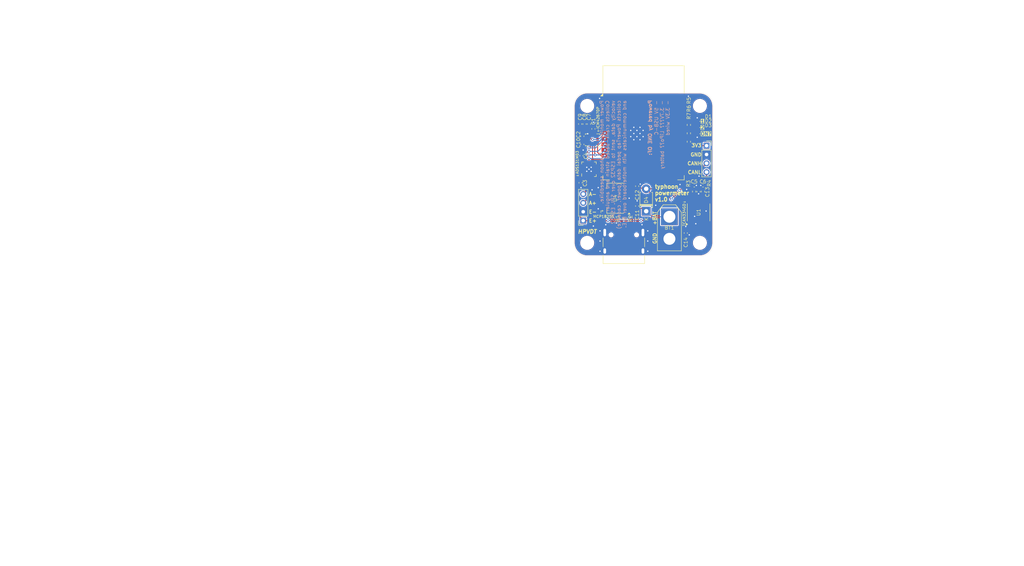
<source format=kicad_pcb>
(kicad_pcb (version 20240108) (generator "pcbnew") (generator_version "8.0")
  (title_block (title "dsads") (date "2024-07-18") (rev "1"))
  (layers (0 "F.Cu" signal) (31 "B.Cu" signal) (34 "B.Paste" user) (35 "F.Paste" user) (36 "B.SilkS" user "B.Silkscreen") (37 "F.SilkS" user "F.Silkscreen") (38 "B.Mask" user) (39 "F.Mask" user) (44 "Edge.Cuts" user))
  (net 0 "")
  (net 1 "+3V3")
  (net 2 "/SYNC_{ADC}")
  (net 3 "/ADS-")
  (net 6 "/CLK_{ADC}")
  (net 7 "/SCLK")
  (net 8 "Net-(ADS131M03-CAP)")
  (net 9 "/ADS+")
  (net 10 "/DRDY_{ADC}")
  (net 11 "/MISO")
  (net 13 "/CS_{ADC}")
  (net 14 "/MOSI")
  (net 18 "+5V")
  (net 19 "/CANL")
  (net 20 "/CANH")
  (net 21 "/CS_{gyro}")
  (net 22 "Net-(P1-D+)")
  (net 23 "Net-(P1-D-)")
  (net 32 "/USB_{D}+")
  (net 33 "/USB_{D}-")
  (net 34 "Net-(C13-Pad2)")
  (net 37 "/RX")
  (net 38 "/TX")
  (net 40 "GND")
  (net 41 "Net-(D1-A)")
  (net 42 "Net-(D2-A)")
  (net 43 "/STB_{CAN}")
  (net 44 "/SHDN_{CAN}")
  (net 50 "Net-(D3-A)")
  (net 51 "/LED_{1}")
  (net 52 "/LED_{2}")
  (net 55 "/INT2_{gyro}")
  (net 60 "/INT1_{gyro}")
  (net 61 "unconnected-(U2-IO10-Pad18)")
  (footprint "LED_SMD:LED_0402_1005Metric" (layer "F.Cu") (at 190 64.7 180)
    (property "Reference" "D2")
    (property "Value" "LED")
  )
  (footprint "Resistor_SMD:R_0402_1005Metric" (layer "F.Cu") (at 188.6 64.1 90)
    (property "Reference" "R5")
    (property "Value" "320")
  )
  (footprint "0_stuff:ads" (layer "F.Cu") (at 166 74.14 90)
    (property "Reference" "ADS131M03" (hide yes))
    (property "Value" "~")
  )
  (footprint "Capacitor_SMD:C_0402_1005Metric" (layer "F.Cu") (at 191.8 77.8 180)
    (property "Reference" "C6")
    (property "Value" "100p")
  )
  (footprint "Capacitor_SMD:C_0402_1005Metric" (layer "F.Cu") (at 167 65 -90)
    (property "Reference" "C1")
    (property "Value" "10n")
  )
  (footprint "Capacitor_SMD:C_0402_1005Metric" (layer "F.Cu") (at 164.5 66.68 -90)
    (property "Reference" "C2")
    (property "Value" "0.1u")
  )
  (footprint "MountingHole:MountingHole_2.7mm_M2.5" (layer "F.Cu") (at 191.1 59.8)
    (property "Reference" "H2" (hide yes))
    (property "Value" "M2.5")
  )
  (footprint "Capacitor_SMD:C_0402_1005Metric" (layer "F.Cu") (at 190.8 79.22 90)
    (property "Reference" "C13")
    (property "Value" "4.7n")
  )
  (footprint "Package_SO:SO-8_3.9x4.9mm_P1.27mm" (layer "F.Cu") (at 190.8 83.9 90)
    (property "Reference" "U1")
    (property "Value" "~")
  )
  (footprint "MountingHole:MountingHole_2.7mm_M2.5" (layer "F.Cu") (at 191.1 90.8)
    (property "Reference" "H4" (hide yes))
    (property "Value" "M2.5")
  )
  (footprint "Capacitor_SMD:C_0402_1005Metric" (layer "F.Cu") (at 164.5 68.52 90)
    (property "Reference" "C10")
    (property "Value" "2.2u")
  )
  (footprint "Package_LGA:LGA-14_3x2.5mm_P0.5mm_LayoutBorder3x4y" (layer "F.Cu") (at 166.8 67.4875 180)
    (property "Reference" "ICM-42670-P1" (hide yes))
    (property "Value" "~")
  )
  (footprint "Resistor_SMD:R_0402_1005Metric" (layer "F.Cu") (at 188.6 66 90)
    (property "Reference" "R6")
    (property "Value" "320")
  )
  (footprint "Capacitor_SMD:C_0402_1005Metric" (layer "F.Cu") (at 176.9 77.98 -90)
    (property "Reference" "C12")
    (property "Value" "22u")
  )
  (footprint "Capacitor_SMD:C_0402_1005Metric" (layer "F.Cu") (at 165 63.9 90)
    (property "Reference" "C8")
    (property "Value" "100n")
  )
  (footprint "Resistor_SMD:R_0402_1005Metric" (layer "F.Cu") (at 174.39 85.31 90)
    (property "Reference" "R2")
    (property "Value" "22")
  )
  (footprint "Connector_AMASS:AMASS_XT30U-M_1x02_P5.0mm_Vertical" (layer "F.Cu") (at 184.2 84.9 -90)
    (property "Reference" "BT1")
    (property "Value" "Battery_Cell")
  )
  (footprint "Capacitor_SMD:C_0402_1005Metric" (layer "F.Cu") (at 164.3 71.08 -90)
    (property "Reference" "C4")
    (property "Value" "220n")
  )
  (footprint "Resistor_SMD:R_0402_1005Metric" (layer "F.Cu") (at 173.39 85.31 90)
    (property "Reference" "R1")
    (property "Value" "22")
  )
  (footprint "RF_Module:ESP32-S3-WROOM-1" (layer "F.Cu") (at 178.35 63.59)
    (property "Reference" "U2" (hide yes))
    (property "Value" "ESP32-S3-WROOM-1")
  )
  (footprint "Capacitor_SMD:C_0402_1005Metric" (layer "F.Cu") (at 164.1 77.2 90)
    (property "Reference" "C3")
    (property "Value" "1u")
  )
  (footprint "Connector_USB:USB_C_Receptacle_HRO_TYPE-C-31-M-12" (layer "F.Cu") (at 173.89 91.6)
    (property "Reference" "P1" (hide yes))
    (property "Value" "USB_C_Plug_USB2.0")
  )
  (footprint "Capacitor_SMD:C_0402_1005Metric" (layer "F.Cu") (at 164 63.9 90)
    (property "Reference" "C9")
    (property "Value" "1u")
  )
  (footprint "Diode_THT:D_T-1_P5.08mm_Horizontal" (layer "F.Cu") (at 178.95 83.64 90)
    (property "Reference" "D4")
    (property "Value" "1N400X")
  )
  (footprint "Resistor_SMD:R_0402_1005Metric" (layer "F.Cu") (at 191.8 79.19 -90)
    (property "Reference" "R4")
    (property "Value" "60")
  )
  (footprint "MountingHole:MountingHole_2.7mm_M2.5" (layer "F.Cu") (at 165.6 59.8)
    (property "Reference" "H1" (hide yes))
    (property "Value" "M2.5")
  )
  (footprint "Capacitor_SMD:C_0402_1005Metric" (layer "F.Cu") (at 187.9 88.58 90)
    (property "Reference" "C14")
    (property "Value" "100n")
  )
  (footprint "LED_SMD:LED_0402_1005Metric" (layer "F.Cu") (at 190.015 66.1 180)
    (property "Reference" "D3")
    (property "Value" "LED")
  )
  (footprint "Resistor_SMD:R_0402_1005Metric" (layer "F.Cu") (at 188.6 67.9 90)
    (property "Reference" "R7")
    (property "Value" "320")
  )
  (footprint "Resistor_SMD:R_0402_1005Metric" (layer "F.Cu") (at 189.8 79.19 90)
    (property "Reference" "R3")
    (property "Value" "60")
  )
  (footprint "Connector_PinSocket_2.00mm:PinSocket_1x04_P2.00mm_Vertical" (layer "F.Cu") (at 164.7 85.763617 180)
    (property "Reference" "J4" (hide yes))
    (property "Value" "Conn_01x04_Pin")
  )
  (footprint "Package_TO_SOT_SMD:SOT-223-3_TabPin2" (layer "F.Cu") (at 171.95 80.7 180)
    (property "Reference" "U4")
    (property "Value" "MCP1825S")
  )
  (footprint "LED_SMD:LED_0402_1005Metric" (layer "F.Cu") (at 190.015 63.3 180)
    (property "Reference" "D1")
    (property "Value" "LED")
  )
  (footprint "MountingHole:MountingHole_2.7mm_M2.5" (layer "F.Cu") (at 165.6 90.8)
    (property "Reference" "H3" (hide yes))
    (property "Value" "M2.5")
  )
  (footprint "Capacitor_SMD:C_0402_1005Metric" (layer "F.Cu") (at 176.9 82.48 -90)
    (property "Reference" "C11")
    (property "Value" "22u")
  )
  (footprint "Capacitor_SMD:C_0402_1005Metric" (layer "F.Cu") (at 166 63.9 90)
    (property "Reference" "C7")
    (property "Value" "10n")
  )
  (footprint "Connector_PinSocket_2.00mm:PinSocket_1x04_P2.00mm_Vertical" (layer "F.Cu") (at 192.6 68.8)
    (property "Reference" "J2" (hide yes))
    (property "Value" "Conn_01x04_Pin")
  )
  (footprint "Capacitor_SMD:C_0402_1005Metric" (layer "F.Cu") (at 189.82 77.8)
    (property "Reference" "C5")
    (property "Value" "100p")
  )
  (gr_line (start 162.6 59.8) (end 162.6 90.8) (stroke (width 0.05)) (layer "Edge.Cuts"))
  (gr_line (start 165.6 56.8) (end 191.07868 56.82132) (stroke (width 0.05)) (layer "Edge.Cuts"))
  (gr_arc (start 165.6 93.8) (mid 163.478674 92.921326) (end 162.6 90.8) (stroke (width 0.05)) (layer "Edge.Cuts"))
  (gr_arc (start 191.07868 56.82132) (mid 193.2 57.7) (end 194.07868 59.82132) (stroke (width 0.05)) (layer "Edge.Cuts"))
  (gr_line (start 194.07868 59.82132) (end 194.078674 90.8) (stroke (width 0.05)) (layer "Edge.Cuts"))
  (gr_arc (start 162.6 59.8) (mid 163.478673 57.678667) (end 165.6 56.8) (stroke (width 0.05)) (layer "Edge.Cuts"))
  (gr_arc (start 194.078674 90.8) (mid 193.200002 92.921328) (end 191.078674 93.8) (stroke (width 0.05)) (layer "Edge.Cuts"))
  (gr_line (start 165.6 93.8) (end 191.078674 93.8) (stroke (width 0.05)) (layer "Edge.Cuts"))
  (gr_text "Power monitor for Typhoon speedbike.\nCollects crank-based strain and angular\nvelocity data, sent to ESP32 over SPI. ESP32\ncollects PowerTap pedal data (power, cadence)\nand communicates with motherboard over BLE." (at 174.5 58.5 90) (layer "B.SilkS") (effects (font (size 0.8 0.8) (thickness 0.1)) (justify left bottom mirror)))
  (gr_text "Powered by ONE OF:" (at 180.3 58.4 90) (layer "B.SilkS") (effects (font (size 0.8 0.8) (thickness 0.16) (bold yes)) (justify left bottom mirror)))
  (gr_text "- 5V USB-C\n- 3.7V??? LiPo?? battery\n- 3.3V wired" (at 184.3 58.5 90) (layer "B.SilkS") (effects (font (size 0.8 0.8) (thickness 0.1)) (justify left bottom mirror)))
  (gr_text "ON?" (at 191.2 66.6 0) (layer "F.SilkS" knockout) (effects (font (size 0.8 0.8) (thickness 0.16) (bold yes)) (justify left bottom)))
  (gr_text "GND" (at 188.9 71.3 0) (layer "F.SilkS") (effects (font (size 0.8 0.8) (thickness 0.16) (bold yes)) (justify left bottom)))
  (gr_text "CANL" (at 188.3 75.3 0) (layer "F.SilkS") (effects (font (size 0.8 0.8) (thickness 0.16) (bold yes)) (justify left bottom)))
  (gr_text "E-" (at 165.9 84.263617 0) (layer "F.SilkS") (effects (font (size 0.8 0.8) (thickness 0.16) (bold yes)) (justify left bottom)))
  (gr_text "←ICM42670P" (at 168.4 65.8 90) (layer "F.SilkS") (effects (font (size 0.6 0.6) (thickness 0.1)) (justify left bottom)))
  (gr_text "3V3" (at 189.1 69.2 0) (layer "F.SilkS") (effects (font (size 0.8 0.8) (thickness 0.16) (bold yes)) (justify left bottom)))
  (gr_text "1" (at 191.2 63.8 0) (layer "F.SilkS" knockout) (effects (font (size 0.8 0.8) (thickness 0.16) (bold yes)) (justify left bottom)))
  (gr_text "CANH" (at 188.2 73.3 0) (layer "F.SilkS") (effects (font (size 0.8 0.8) (thickness 0.16) (bold yes)) (justify left bottom)))
  (gr_text "E+" (at 165.9 86.263617 0) (layer "F.SilkS") (effects (font (size 0.8 0.8) (thickness 0.16) (bold yes)) (justify left bottom)))
  (gr_text "HPVDT" (at 163.4 88.8 0) (layer "F.SilkS") (effects (font (size 0.9 0.9) (thickness 0.2) (bold yes) (italic yes)) (justify left bottom)))
  (gr_text "A+" (at 165.9 82.263617 0) (layer "F.SilkS") (effects (font (size 0.8 0.8) (thickness 0.16) (bold yes)) (justify left bottom)))
  (gr_text "typhoon\npowermeter\nv1.0" (at 180.8 81.5 0) (layer "F.SilkS") (effects (font (size 0.9 0.9) (thickness 0.2) (bold yes)) (justify left bottom)))
  (gr_text "2" (at 191.2 65.2 0) (layer "F.SilkS" knockout) (effects (font (size 0.8 0.8) (thickness 0.16) (bold yes)) (justify left bottom)))
  (gr_text "TCAN334GD↓" (at 187.9 87.1 90) (layer "F.SilkS") (effects (font (size 0.6 0.6) (thickness 0.1)) (justify left bottom)))
  (gr_text "MCP1825S" (at 166.9 85.2 0) (layer "F.SilkS") (effects (font (size 0.6 0.6) (thickness 0.1)) (justify left bottom)))
  (gr_text "A-" (at 165.9 80.263617 0) (layer "F.SilkS") (effects (font (size 0.8 0.8) (thickness 0.16) (bold yes)) (justify left bottom)))
  (gr_text "↓ADS131M03" (at 163.7 76 90) (layer "F.SilkS") (effects (font (size 0.6 0.6) (thickness 0.1)) (justify left bottom)))
  (gr_text "↳" (at 168.3 83.3 180) (layer "F.SilkS") (effects (font (size 0.8 0.8) (thickness 0.1)) (justify left bottom mirror)))
  (segment (start 165.6375 66.7375) (end 164.9225 66.7375) (width 0.2) (layer "F.Cu") (net 1))
  (segment (start 180.25 84.94) (end 180.25 79.86) (width 0.2) (layer "F.Cu") (net 1))
  (segment (start 164.6 74.2) (end 164.6 74.54) (width 0.2) (layer "F.Cu") (net 1))
  (segment (start 164.1 76.72) (end 163.987059 76.72) (width 0.2) (layer "F.Cu") (net 1))
  (segment (start 164.6 74.54) (end 164.54 74.54) (width 0.2) (layer "F.Cu") (net 1))
  (segment (start 163.39 64.03) (end 163.39 66.082941) (width 0.2) (layer "F.Cu") (net 1))
  (segment (start 164.7 85.6) (end 163.407059 84.307059) (width 0.2) (layer "F.Cu") (net 1))
  (segment (start 188.6 69.8) (end 188.6 68.41) (width 0.2) (layer "F.Cu") (net 1))
  (segment (start 175.1 78.4) (end 178.79 78.4) (width 0.2) (layer "F.Cu") (net 1))
  (segment (start 178.95 78.56) (end 182.26 78.56) (width 0.2) (layer "F.Cu") (net 1))
  (segment (start 169.07 59.6) (end 169.6 59.6) (width 0.2) (layer "F.Cu") (net 1))
  (segment (start 164 63.42) (end 166 63.42) (width 0.2) (layer "F.Cu") (net 1))
  (segment (start 191.435 87.349999) (end 191.435 86.475) (width 0.2) (layer "F.Cu") (net 1))
  (segment (start 164.37 74.37) (end 164 74.74) (width 0.2) (layer "F.Cu") (net 1))
  (segment (start 182.26 78.56) (end 184.6 80.9) (width 0.2) (layer "F.Cu") (net 1))
  (segment (start 163.407059 84.307059) (end 163.407059 77.6) (width 0.2) (layer "F.Cu") (net 1))
  (segment (start 164.57 74.17) (end 164.37 74.37) (width 0.2) (layer "F.Cu") (net 1))
  (segment (start 167.3 66.575) (end 167.3 65.78) (width 0.2) (layer "F.Cu") (net 1))
  (segment (start 163.407059 77.3) (end 163.407059 77) (width 0.2) (layer "F.Cu") (net 1))
  (segment (start 163.407059 77.6) (end 163.407059 77.3) (width 0.2) (layer "F.Cu") (net 1))
  (segment (start 177.8 85.7) (end 179.49 85.7) (width 0.2) (layer "F.Cu") (net 1))
  (segment (start 164.6 74.14) (end 164.57 74.17) (width 0.2) (layer "F.Cu") (net 1))
  (segment (start 163.407059 68.1) (end 163.407059 67.2) (width 0.2) (layer "F.Cu") (net 1))
  (segment (start 164 74.74) (end 164 76.62) (width 0.2) (layer "F.Cu") (net 1))
  (segment (start 164.57 74.17) (end 164.6 74.2) (width 0.2) (layer "F.Cu") (net 1))
  (segment (start 189.6 68.8) (end 188.6 69.8) (width 0.2) (layer "F.Cu") (net 1))
  (segment (start 163.987059 76.72) (end 163.407059 77.3) (width 0.2) (layer "F.Cu") (net 1))
  (segment (start 166 63.42) (end 166 62.67) (width 0.2) (layer "F.Cu") (net 1))
  (segment (start 181.49 87.7) (end 187.5 87.7) (width 0.2) (layer "F.Cu") (net 1))
  (segment (start 187.9 88.1) (end 190.684999 88.1) (width 0.2) (layer "F.Cu") (net 1))
  (segment (start 167.3 65.78) (end 167 65.48) (width 0.2) (layer "F.Cu") (net 1))
  (segment (start 178.79 78.4) (end 178.95 78.56) (width 0.2) (layer "F.Cu") (net 1))
  (segment (start 179.49 85.7) (end 180.25 84.94) (width 0.2) (layer "F.Cu") (net 1))
  (segment (start 164 76.62) (end 164.1 76.72) (width 0.2) (layer "F.Cu") (net 1))
  (segment (start 167 65.48) (end 164.027059 65.48) (width 0.2) (layer "F.Cu") (net 1))
  (segment (start 170.3 85.8) (end 164.3 85.8) (width 0.2) (layer "F.Cu") (net 1))
  (segment (start 187.5 87.7) (end 187.9 88.1) (width 0.2) (layer "F.Cu") (net 1))
  (segment (start 164.9225 66.7375) (end 164.5 67.16) (width 0.2) (layer "F.Cu") (net 1))
  (segment (start 166 62.67) (end 169.07 59.6) (width 0.2) (layer "F.Cu") (net 1))
  (segment (start 163.407059 69.2) (end 163.407059 68.1) (width 0.2) (layer "F.Cu") (net 1))
  (segment (start 163.407059 66.1) (end 163.39 66.082941) (width 0.2) (layer "F.Cu") (net 1))
  (segment (start 180.25 79.86) (end 178.95 78.56) (width 0.2) (layer "F.Cu") (net 1))
  (segment (start 163.407059 69.132941) (end 163.407059 69.2) (width 0.2) (layer "F.Cu") (net 1))
  (segment (start 163.407059 77) (end 163.407059 69.2) (width 0.2) (layer "F.Cu") (net 1))
  (segment (start 179.49 85.7) (end 181.49 87.7) (width 0.2) (layer "F.Cu") (net 1))
  (segment (start 164.54 74.54) (end 164.37 74.37) (width 0.2) (layer "F.Cu") (net 1))
  (segment (start 186.55 78.95) (end 188.6 76.9) (width 0.2) (layer "F.Cu") (net 1))
  (segment (start 190.684999 88.1) (end 191.435 87.349999) (width 0.2) (layer "F.Cu") (net 1))
  (segment (start 164.027059 65.48) (end 163.407059 66.1) (width 0.2) (layer "F.Cu") (net 1))
  (segment (start 164 63.42) (end 163.39 64.03) (width 0.2) (layer "F.Cu") (net 1))
  (segment (start 163.407059 67.2) (end 163.407059 66.1) (width 0.2) (layer "F.Cu") (net 1))
  (segment (start 188.6 76.9) (end 188.6 69.8) (width 0.2) (layer "F.Cu") (net 1))
  (segment (start 192.6 68.8) (end 189.6 68.8) (width 0.2) (layer "F.Cu") (net 1))
  (segment (start 164.5 67.16) (end 164.5 68.04) (width 0.2) (layer "F.Cu") (net 1))
  (segment (start 164.5 68.04) (end 163.407059 69.132941) (width 0.2) (layer "F.Cu") (net 1))
  (via (at 177.8 85.7) (size 0.6) (drill 0.3) (layers "F.Cu" "B.Cu") (net 1))
  (via (at 184.6 80.9) (size 0.6) (drill 0.3) (layers "F.Cu" "B.Cu") (net 1))
  (via (at 186.55 78.95) (size 0.6) (drill 0.3) (layers "F.Cu" "B.Cu") (net 1))
  (via (at 170.3 85.8) (size 0.6) (drill 0.3) (layers "F.Cu" "B.Cu") (net 1))
  (segment (start 170.4 85.7) (end 177.8 85.7) (width 0.2) (layer "B.Cu") (net 1))
  (segment (start 186.55 78.95) (end 184.6 80.9) (width 0.2) (layer "B.Cu") (net 1))
  (segment (start 170.3 85.8) (end 170.4 85.7) (width 0.2) (layer "B.Cu") (net 1))
  (segment (start 169.05 76.09) (end 171.365 76.09) (width 0.2) (layer "F.Cu") (net 2))
  (segment (start 168.1 75.14) (end 169.05 76.09) (width 0.2) (layer "F.Cu") (net 2))
  (segment (start 167.4 73.74) (end 167.9 73.74) (width 0.2) (layer "F.Cu") (net 2))
  (segment (start 167.9 73.74) (end 168.1 73.94) (width 0.2) (layer "F.Cu") (net 2))
  (segment (start 168.1 73.94) (end 168.1 75.14) (width 0.2) (layer "F.Cu") (net 2))
  (segment (start 165.6 75.6025) (end 165.6 76.11136) (width 0.2) (layer "F.Cu") (net 3))
  (segment (start 166 76.51136) (end 166 80.463617) (width 0.2) (layer "F.Cu") (net 3))
  (segment (start 165.6 76.11136) (end 166 76.51136) (width 0.2) (layer "F.Cu") (net 3))
  (segment (start 166 80.463617) (end 164.7 81.763617) (width 0.2) (layer "F.Cu") (net 3))
  (segment (start 165 72.4775) (end 165 70.9) (width 0.2) (layer "F.Cu") (net 6))
  (segment (start 165 70.9) (end 165.8 70.1) (width 0.2) (layer "F.Cu") (net 6))
  (segment (start 165.2 72.6775) (end 165 72.4775) (width 0.2) (layer "F.Cu") (net 6))
  (segment (start 165.8 70.1) (end 166 70.1) (width 0.2) (layer "F.Cu") (net 6))
  (via (at 166 70.1) (size 0.6) (drill 0.3) (layers "F.Cu" "B.Cu") (net 6))
  (via (at 169.6 68.5) (size 0.6) (drill 0.3) (layers "F.Cu" "B.Cu") (net 6))
  (segment (start 166 70.1) (end 168 70.1) (width 0.2) (layer "B.Cu") (net 6))
  (segment (start 168 70.1) (end 169.6 68.5) (width 0.2) (layer "B.Cu") (net 6))
  (segment (start 166.8 68.4) (end 166.8 71.765) (width 0.2) (layer "F.Cu") (net 7))
  (segment (start 169.33 72.04) (end 169.6 72.31) (width 0.2) (layer "F.Cu") (net 7))
  (segment (start 169.6 72.3) (end 169.265 71.965) (width 0.2) (layer "F.Cu") (net 7))
  (segment (start 167 71.965) (end 166.60364 71.965) (width 0.2) (layer "F.Cu") (net 7))
  (segment (start 166.8 71.765) (end 167 71.965) (width 0.2) (layer "F.Cu") (net 7))
  (segment (start 166.60364 71.965) (end 166.4 72.16864) (width 0.2) (layer "F.Cu") (net 7))
  (segment (start 166.60364 71.96136) (end 166.8 71.765) (width 0.2) (layer "F.Cu") (net 7))
  (segment (start 169.265 71.965) (end 167 71.965) (width 0.2) (layer "F.Cu") (net 7))
  (segment (start 166.4 72.16864) (end 166.4 72.6775) (width 0.2) (layer "F.Cu") (net 7))
  (segment (start 166.60364 71.965) (end 166.60364 71.96136) (width 0.2) (layer "F.Cu") (net 7))
  (segment (start 164.3 71.56) (end 164.3 73.1025) (width 0.2) (layer "F.Cu") (net 8))
  (segment (start 164.3 73.1025) (end 164.5375 73.34) (width 0.2) (layer "F.Cu") (net 8))
  (segment (start 164.868765 79.231235) (end 164.3 79.8) (width 0.2) (layer "F.Cu") (net 9))
  (segment (start 165.04 76.849727) (end 165.412997 76.849727) (width 0.2) (layer "F.Cu") (net 9))
  (segment (start 165.572997 77.809727) (end 165.572997 77.889727) (width 0.2) (layer "F.Cu") (net 9))
  (segment (start 165.412997 77.249727) (end 165.2 77.249727) (width 0.2) (layer "F.Cu") (net 9))
  (segment (start 165.572997 77.009727) (end 165.572997 77.089727) (width 0.2) (layer "F.Cu") (net 9))
  (segment (start 165.2 79.263617) (end 165.148308 79.315309) (width 0.2) (layer "F.Cu") (net 9))
  (segment (start 165.2 78.289727) (end 165.2 79.263617) (width 0.2) (layer "F.Cu") (net 9))
  (segment (start 164.776994 77.409727) (end 164.776994 77.489727) (width 0.2) (layer "F.Cu") (net 9))
  (segment (start 165.2 75.6025) (end 165.2 76.289727) (width 0.2) (layer "F.Cu") (net 9))
  (segment (start 165.04 76.449727) (end 164.936994 76.449727) (width 0.2) (layer "F.Cu") (net 9))
  (segment (start 165.027234 79.236383) (end 164.868765 79.394852) (width 0.2) (layer "F.Cu") (net 9))
  (segment (start 165.2 77.249727) (end 164.936994 77.249727) (width 0.2) (layer "F.Cu") (net 9))
  (segment (start 165.148308 79.315309) (end 164.7 79.763617) (width 0.2) (layer "F.Cu") (net 9))
  (segment (start 165.2 77.649727) (end 165.412997 77.649727) (width 0.2) (layer "F.Cu") (net 9))
  (segment (start 164.776994 76.609727) (end 164.776994 76.689727) (width 0.2) (layer "F.Cu") (net 9))
  (segment (start 165.412997 78.049727) (end 165.36 78.049727) (width 0.2) (layer "F.Cu") (net 9))
  (segment (start 164.936994 76.849727) (end 165.04 76.849727) (width 0.2) (layer "F.Cu") (net 9))
  (segment (start 164.936994 77.649727) (end 165.2 77.649727) (width 0.2) (layer "F.Cu") (net 9))
  (segment (start 165.2 78.209727) (end 165.2 78.289727) (width 0.2) (layer "F.Cu") (net 9))
  (arc (start 164.936994 77.249727) (mid 164.823857 77.29659) (end 164.776994 77.409727) (width 0.2) (layer "F.Cu") (net 9))
  (arc (start 164.776994 77.489727) (mid 164.823857 77.602864) (end 164.936994 77.649727) (width 0.2) (layer "F.Cu") (net 9))
  (arc (start 164.776994 76.689727) (mid 164.823857 76.802864) (end 164.936994 76.849727) (width 0.2) (layer "F.Cu") (net 9))
  (arc (start 165.412997 76.849727) (mid 165.526134 76.89659) (end 165.572997 77.009727) (width 0.2) (layer "F.Cu") (net 9))
  (arc (start 165.572997 77.089727) (mid 165.526134 77.202864) (end 165.412997 77.249727) (width 0.2) (layer "F.Cu") (net 9))
  (arc (start 165.36 78.049727) (mid 165.246863 78.09659) (end 165.2 78.209727) (width 0.2) (layer "F.Cu") (net 9))
  (arc (start 165.412997 77.649727) (mid 165.526134 77.69659) (end 165.572997 77.809727) (width 0.2) (layer "F.Cu") (net 9))
  (arc (start 164.936994 76.449727) (mid 164.823857 76.49659) (end 164.776994 76.609727) (width 0.2) (layer "F.Cu") (net 9))
  (arc (start 165.2 76.289727) (mid 165.153137 76.402864) (end 165.04 76.449727) (width 0.2) (layer "F.Cu") (net 9))
  (arc (start 165.572997 77.889727) (mid 165.526134 78.002864) (end 165.412997 78.049727) (width 0.2) (layer "F.Cu") (net 9))
  (segment (start 169.14 73.58) (end 168.3 72.74) (width 0.2) (layer "F.Cu") (net 10))
  (segment (start 169.56 73.54) (end 169.56 73.54) (width 0.2) (layer "F.Cu") (net 10))
  (segment (start 169.6 73.58) (end 169.14 73.58) (width 0.2) (layer "F.Cu") (net 10))
  (segment (start 168.3 72.74) (end 166.8 72.74) (width 0.2) (layer "F.Cu") (net 10))
  (segment (start 169.6 73.58) (end 169.6 73.58) (width 0.2) (layer "F.Cu") (net 10))
  (segment (start 169.6 71.04) (end 168.66 71.04) (width 0.2) (layer "F.Cu") (net 11))
  (segment (start 168.66 71.04) (end 167.9625 70.3425) (width 0.2) (layer "F.Cu") (net 11))
  (segment (start 166 71.7) (end 166 72.6775) (width 0.2) (layer "F.Cu") (net 11))
  (segment (start 167.9625 70.3425) (end 167.9625 68.2375) (width 0.2) (layer "F.Cu") (net 11))
  (via (at 169.6 71.04) (size 0.6) (drill 0.3) (layers "F.Cu" "B.Cu") (net 11))
  (via (at 166 71.7) (size 0.6) (drill 0.3) (layers "F.Cu" "B.Cu") (net 11))
  (segment (start 166 71.7) (end 166.011707 71.711707) (width 0.2) (layer "B.Cu") (net 11))
  (segment (start 168.928293 71.711707) (end 169.6 71.04) (width 0.2) (layer "B.Cu") (net 11))
  (segment (start 166.011707 71.711707) (end 168.928293 71.711707) (width 0.2) (layer "B.Cu") (net 11))
  (segment (start 167.4 73.34) (end 168.09 73.34) (width 0.2) (layer "F.Cu") (net 13))
  (segment (start 168.55 73.8) (end 168.55 74.32) (width 0.2) (layer "F.Cu") (net 13))
  (segment (start 168.09 73.34) (end 168.55 73.8) (width 0.2) (layer "F.Cu") (net 13))
  (segment (start 169.07 74.84) (end 169.6 74.84) (width 0.2) (layer "F.Cu") (net 13))
  (segment (start 168.55 74.32) (end 169.07 74.84) (width 0.2) (layer "F.Cu") (net 13))
  (segment (start 167.4 70.900564) (end 167.3 70.800564) (width 0.2) (layer "F.Cu") (net 14))
  (segment (start 165.4 71.451471) (end 165.4 71.948529) (width 0.2) (layer "F.Cu") (net 14))
  (segment (start 165.4 71.948529) (end 165.6 72.148529) (width 0.2) (layer "F.Cu") (net 14))
  (segment (start 166 70.899997) (end 165.951474 70.899997) (width 0.2) (layer "F.Cu") (net 14))
  (segment (start 167.3 70.800564) (end 167.3 68.4) (width 0.2) (layer "F.Cu") (net 14))
  (segment (start 165.6 72.148529) (end 165.6 72.6775) (width 0.2) (layer "F.Cu") (net 14))
  (segment (start 165.951474 70.899997) (end 165.4 71.451471) (width 0.2) (layer "F.Cu") (net 14))
  (via (at 166 70.899997) (size 0.6) (drill 0.3) (layers "F.Cu" "B.Cu") (net 14))
  (via (at 167.4 70.900564) (size 0.6) (drill 0.3) (layers "F.Cu" "B.Cu") (net 14))
  (via (at 169.6 69.77) (size 0.6) (drill 0.3) (layers "F.Cu" "B.Cu") (net 14))
  (segment (start 167.4 70.900564) (end 168.469436 70.900564) (width 0.2) (layer "B.Cu") (net 14))
  (segment (start 168.469436 70.900564) (end 169.6 69.77) (width 0.2) (layer "B.Cu") (net 14))
  (segment (start 166 70.899997) (end 166.000567 70.900564) (width 0.2) (layer "B.Cu") (net 14))
  (segment (start 166.000567 70.900564) (end 167.4 70.900564) (width 0.2) (layer "B.Cu") (net 14))
  (segment (start 176.34 87.555) (end 176.34 83.52) (width 0.2) (layer "F.Cu") (net 18))
  (segment (start 176.09 88.58) (end 171.69 88.58) (width 0.2) (layer "F.Cu") (net 18))
  (segment (start 171.44 88.33) (end 171.44 87.555) (width 0.2) (layer "F.Cu") (net 18))
  (segment (start 176.34 83.52) (end 176.9 82.96) (width 0.2) (layer "F.Cu") (net 18))
  (segment (start 176.34 87.555) (end 176.34 88.33) (width 0.2) (layer "F.Cu") (net 18))
  (segment (start 175.1 83) (end 178.31 83) (width 0.2) (layer "F.Cu") (net 18))
  (segment (start 178.31 83) (end 178.95 83.64) (width 0.2) (layer "F.Cu") (net 18))
  (segment (start 171.69 88.58) (end 171.44 88.33) (width 0.2) (layer "F.Cu") (net 18))
  (segment (start 176.34 88.33) (end 176.09 88.58) (width 0.2) (layer "F.Cu") (net 18))
  (segment (start 180.21 84.9) (end 178.95 83.64) (width 0.2) (layer "B.Cu") (net 18))
  (segment (start 184.2 84.9) (end 180.21 84.9) (width 0.2) (layer "B.Cu") (net 18))
  (segment (start 192.42 78.998924) (end 192.42 77.94) (width 0.2) (layer "F.Cu") (net 19))
  (segment (start 192.36 77.02) (end 191.012858 77.02) (width 0.2) (layer "F.Cu") (net 19))
  (segment (start 191.012858 76.42) (end 192.36 76.42) (width 0.2) (layer "F.Cu") (net 19))
  (segment (start 190.772858 76.78) (end 190.772858 76.66) (width 0.2) (layer "F.Cu") (net 19))
  (segment (start 192.6 76.18) (end 192.6 76.06) (width 0.2) (layer "F.Cu") (net 19))
  (segment (start 192.42 77.94) (end 192.28 77.8) (width 0.2) (layer "F.Cu") (net 19))
  (segment (start 191.435 79.983924) (end 192.42 78.998924) (width 0.2) (layer "F.Cu") (net 19))
  (segment (start 192.28 77.8) (end 192.28 77.58) (width 0.2) (layer "F.Cu") (net 19))
  (segment (start 192.6 75.264083) (end 192.6 74.8) (width 0.2) (layer "F.Cu") (net 19))
  (segment (start 191.435 81.325) (end 191.435 79.983924) (width 0.2) (layer "F.Cu") (net 19))
  (segment (start 192.28 77.58) (end 192.534156 77.325844) (width 0.2) (layer "F.Cu") (net 19))
  (segment (start 192.534156 77.325844) (end 192.6 77.26) (width 0.2) (layer "F.Cu") (net 19))
  (segment (start 192.6 76.06) (end 192.6 75.264083) (width 0.2) (layer "F.Cu") (net 19))
  (arc (start 190.772858 76.66) (mid 190.843152 76.490294) (end 191.012858 76.42) (width 0.2) (layer "F.Cu") (net 19))
  (arc (start 191.012858 77.02) (mid 190.843152 76.949706) (end 190.772858 76.78) (width 0.2) (layer "F.Cu") (net 19))
  (arc (start 192.6 77.26) (mid 192.529706 77.090294) (end 192.36 77.02) (width 0.2) (layer "F.Cu") (net 19))
  (arc (start 192.36 76.42) (mid 192.529706 76.349706) (end 192.6 76.18) (width 0.2) (layer "F.Cu") (net 19))
  (segment (start 189.18 77.96) (end 189.34 77.8) (width 0.2) (layer "F.Cu") (net 20))
  (segment (start 189.18 78.998924) (end 189.18 77.96) (width 0.2) (layer "F.Cu") (net 20))
  (segment (start 190.165 81.325) (end 190.165 79.983924) (width 0.2) (layer "F.Cu") (net 20))
  (segment (start 189.34 76.06) (end 192.6 72.8) (width 0.2) (layer "F.Cu") (net 20))
  (segment (start 190.165 79.983924) (end 189.18 78.998924) (width 0.2) (layer "F.Cu") (net 20))
  (segment (start 189.34 77.8) (end 189.34 76.06) (width 0.2) (layer "F.Cu") (net 20))
  (segment (start 166.3 68.4) (end 166.3 68.999997) (width 0.2) (layer "F.Cu") (net 21))
  (segment (start 166.3 68.999997) (end 166 69.299997) (width 0.2) (layer "F.Cu") (net 21))
  (via (at 166 69.299997) (size 0.6) (drill 0.3) (layers "F.Cu" "B.Cu") (net 21))
  (via (at 169.6 67.22) (size 0.6) (drill 0.3) (layers "F.Cu" "B.Cu") (net 21))
  (segment (start 167.520003 69.299997) (end 169.6 67.22) (width 0.2) (layer "B.Cu") (net 21))
  (segment (start 166 69.299997) (end 167.520003 69.299997) (width 0.2) (layer "B.Cu") (net 21))
  (segment (start 173.39 85.82) (end 173.64 86.07) (width 0.2) (layer "F.Cu") (net 22))
  (segment (start 173.64 86.07) (end 173.64 87.555) (width 0.2) (layer "F.Cu") (net 22))
  (segment (start 174.14 86.07) (end 174.14 87.555) (width 0.2) (layer "F.Cu") (net 23))
  (segment (start 174.39 85.82) (end 174.14 86.07) (width 0.2) (layer "F.Cu") (net 23))
  (segment (start 173.1 76.555) (end 172.635 76.09) (width 0.2) (layer "F.Cu") (net 32))
  (segment (start 172.48 76.245) (end 172.635 76.09) (width 0.2) (layer "F.Cu") (net 32))
  (segment (start 173.1 84.51) (end 173.1 76.555) (width 0.2) (layer "F.Cu") (net 32))
  (segment (start 173.39 84.8) (end 173.1 84.51) (width 0.2) (layer "F.Cu") (net 32))
  (segment (start 173.7 76.295) (end 173.905 76.09) (width 0.2) (layer "F.Cu") (net 33))
  (segment (start 174.39 84.8) (end 173.7 84.11) (width 0.2) (layer "F.Cu") (net 33))
  (segment (start 173.7 84.11) (end 173.7 76.295) (width 0.2) (layer "F.Cu") (net 33))
  (segment (start 189.8 78.68) (end 191.8 78.68) (width 0.2) (layer "F.Cu") (net 34))
  (segment (start 190.004999 82.9) (end 188.388762 82.9) (width 0.2) (layer "F.Cu") (net 37))
  (segment (start 182.795 77.306238) (end 182.795 76.09) (width 0.2) (layer "F.Cu") (net 37))
  (segment (start 192.705 86.475) (end 192.705 85.600001) (width 0.2) (layer "F.Cu") (net 37))
  (segment (start 192.705 85.600001) (end 190.004999 82.9) (width 0.2) (layer "F.Cu") (net 37))
  (segment (start 188.388762 82.9) (end 182.795 77.306238) (width 0.2) (layer "F.Cu") (net 37))
  (segment (start 188.895 86.475) (end 188.895 83.971923) (width 0.2) (layer "F.Cu") (net 38))
  (segment (start 181.525 76.601923) (end 181.525 76.09) (width 0.2) (layer "F.Cu") (net 38))
  (segment (start 188.895 83.971923) (end 181.525 76.601923) (width 0.2) (layer "F.Cu") (net 38))
  (segment (start 164.6 74.94) (end 165.2 74.94) (width 0.2) (layer "F.Cu") (net 40))
  (segment (start 165.2 74.94) (end 166 74.14) (width 0.2) (layer "F.Cu") (net 40))
  (segment (start 165.46 73.74) (end 165.5 73.7) (width 0.2) (layer "F.Cu") (net 40))
  (segment (start 164.6 73.74) (end 165.46 73.74) (width 0.2) (layer "F.Cu") (net 40))
  (segment (start 165.7 73.74) (end 165.8 73.64) (width 0.2) (layer "F.Cu") (net 40))
  (via (at 169.8 86.7) (size 0.6) (drill 0.3) (layers "F.Cu" "B.Cu") (net 40))
  (via (at 187.9 87.1) (size 0.6) (drill 0.3) (layers "F.Cu" "B.Cu") (net 40))
  (via (at 190.5 66.9) (size 0.6) (drill 0.3) (layers "F.Cu" "B.Cu") (net 40))
  (via (at 190.165 86.475) (size 0.6) (drill 0.3) (layers "F.Cu" "B.Cu") (net 40))
  (via (at 175.1 80.7) (size 0.6) (drill 0.3) (layers "F.Cu" "B.Cu") (net 40))
  (via (at 164.2 78.3) (size 0.6) (drill 0.3) (layers "F.Cu" "B.Cu") (net 40))
  (via (at 178 86.7) (size 0.6) (drill 0.3) (layers "F.Cu" "B.Cu") (net 40))
  (via (at 165.5 73.7) (size 0.6) (drill 0.3) (layers "F.Cu" "B.Cu") (net 40))
  (via (at 172.214579 86.3) (size 0.6) (drill 0.3) (layers "F.Cu" "B.Cu") (net 40))
  (via (at 167 87) (size 0.6) (drill 0.3) (layers "F.Cu" "B.Cu") (net 40))
  (via (at 190.3 77.8) (size 0.6) (drill 0.3) (layers "F.Cu" "B.Cu") (net 40))
  (via (at 168.5 92.7) (size 0.6) (drill 0.3) (layers "F.Cu" "B.Cu") (net 40))
  (via (at 190.5 62.5) (size 0.6) (drill 0.3) (layers "F.Cu" "B.Cu") (net 40))
  (via (at 188.7 89) (size 0.6) (drill 0.3) (layers "F.Cu" "B.Cu") (net 40))
  (via (at 192.5 83.6) (size 0.6) (drill 0.3) (layers "F.Cu" "B.Cu") (net 40))
  (via (at 168.4 58.1) (size 0.6) (drill 0.3) (layers "F.Cu" "B.Cu") (net 40))
  (via (at 175.3 85.1) (size 0.6) (drill 0.3) (layers "F.Cu" "B.Cu") (net 40))
  (via (at 168.5 88.1) (size 0.6) (drill 0.3) (layers "F.Cu" "B.Cu") (net 40))
  (via (at 165.5 74.6) (size 0.6) (drill 0.3) (layers "F.Cu" "B.Cu") (net 40))
  (via (at 166.5 73.7) (size 0.6) (drill 0.3) (layers "F.Cu" "B.Cu") (net 40))
  (via (at 188.5 57.6) (size 0.6) (drill 0.3) (layers "F.Cu" "B.Cu") (net 40))
  (via (at 168.1 78.3) (size 0.6) (drill 0.3) (layers "F.Cu" "B.Cu") (net 40))
  (via (at 168.5 90.4) (size 0.6) (drill 0.3) (layers "F.Cu" "B.Cu") (net 40))
  (via (at 179.3 90.4) (size 0.6) (drill 0.3) (layers "F.Cu" "B.Cu") (net 40))
  (via (at 179.3 92.7) (size 0.6) (drill 0.3) (layers "F.Cu" "B.Cu") (net 40))
  (via (at 188.1 78.7) (size 0.6) (drill 0.3) (layers "F.Cu" "B.Cu") (net 40))
  (via (at 189.9 84.8) (size 0.6) (drill 0.3) (layers "F.Cu" "B.Cu") (net 40))
  (via (at 176.9 81.3) (size 0.6) (drill 0.3) (layers "F.Cu" "B.Cu") (net 40))
  (via (at 165.7 66.1) (size 0.6) (drill 0.3) (layers "F.Cu" "B.Cu") (net 40))
  (via (at 191.3 77.8) (size 0.6) (drill 0.3) (layers "F.Cu" "B.Cu") (net 40))
  (via (at 186.6 77.6) (size 0.6) (drill 0.3) (layers "F.Cu" "B.Cu") (net 40))
  (via (at 168.1 83.1) (size 0.6) (drill 0.3) (layers "F.Cu" "B.Cu") (net 40))
  (via (at 179.3 88.1) (size 0.6) (drill 0.3) (layers "F.Cu" "B.Cu") (net 40))
  (via (at 190.9 75.7) (size 0.6) (drill 0.3) (layers "F.Cu" "B.Cu") (net 40))
  (via (at 166 74.14) (size 0.6) (drill 0.3) (layers "F.Cu" "B.Cu") (net 40))
  (via (at 167 63.5) (size 0.6) (drill 0.3) (layers "F.Cu" "B.Cu") (net 40))
  (via (at 164.7 69.8) (size 0.6) (drill 0.3) (layers "F.Cu" "B.Cu") (net 40))
  (via (at 181.1 82.3) (size 0.6) (drill 0.3) (layers "F.Cu" "B.Cu") (net 40))
  (via (at 190.8 79.7) (size 0.6) (drill 0.3) (layers "F.Cu" "B.Cu") (net 40))
  (via (at 177.6 77.5) (size 0.6) (drill 0.3) (layers "F.Cu" "B.Cu") (net 40))
  (via (at 166.5 74.6) (size 0.6) (drill 0.3) (layers "F.Cu" "B.Cu") (net 40))
  (via (at 166.7 78.8) (size 0.6) (drill 0.3) (layers "F.Cu" "B.Cu") (net 40))
  (segment (start 189.53 63.3) (end 188.89 63.3) (width 0.2) (layer "F.Cu") (net 41))
  (segment (start 188.89 63.3) (end 188.6 63.59) (width 0.2) (layer "F.Cu") (net 41))
  (segment (start 188.725 65.49) (end 188.6 65.49) (width 0.2) (layer "F.Cu") (net 42))
  (segment (start 189.515 64.7) (end 188.725 65.49) (width 0.2) (layer "F.Cu") (net 42))
  (segment (start 185.335 76.09) (end 185.335 78.714866) (width 0.2) (layer "F.Cu") (net 43))
  (segment (start 185.335 78.714866) (end 187.945134 81.325) (width 0.2) (layer "F.Cu") (net 43))
  (segment (start 187.945134 81.325) (end 188.895 81.325) (width 0.2) (layer "F.Cu") (net 43))
  (segment (start 188.554448 82.5) (end 184.065 78.010552) (width 0.2) (layer "F.Cu") (net 44))
  (segment (start 192.705 81.695) (end 191.9 82.5) (width 0.2) (layer "F.Cu") (net 44))
  (segment (start 192.705 81.325) (end 192.705 81.695) (width 0.2) (layer "F.Cu") (net 44))
  (segment (start 191.9 82.5) (end 188.554448 82.5) (width 0.2) (layer "F.Cu") (net 44))
  (segment (start 184.065 78.010552) (end 184.065 76.09) (width 0.2) (layer "F.Cu") (net 44))
  (segment (start 189.53 66.779999) (end 188.919999 67.39) (width 0.2) (layer "F.Cu") (net 50))
  (segment (start 188.919999 67.39) (end 188.6 67.39) (width 0.2) (layer "F.Cu") (net 50))
  (segment (start 189.53 66.1) (end 189.53 66.779999) (width 0.2) (layer "F.Cu") (net 50))
  (segment (start 188.6 64.61) (end 187.17 64.61) (width 0.2) (layer "F.Cu") (net 51))
  (segment (start 187.17 64.61) (end 187.1 64.68) (width 0.2) (layer "F.Cu") (net 51))
  (segment (start 188.6 66.51) (end 188.04 65.95) (width 0.2) (layer "F.Cu") (net 52))
  (segment (start 188.04 65.95) (end 187.1 65.95) (width 0.2) (layer "F.Cu") (net 52))
  (segment (start 165.6375 67.2375) (end 166.6375 67.2375) (width 0.2) (layer "F.Cu") (net 55))
  (segment (start 166.6375 67.2375) (end 166.8 67.4) (width 0.2) (layer "F.Cu") (net 55))
  (via (at 169.6 65.95) (size 0.6) (drill 0.3) (layers "F.Cu" "B.Cu") (net 55))
  (via (at 166.8 67.4) (size 0.6) (drill 0.3) (layers "F.Cu" "B.Cu") (net 55))
  (segment (start 168.15 67.4) (end 169.6 65.95) (width 0.2) (layer "B.Cu") (net 55))
  (segment (start 166.8 67.4) (end 168.15 67.4) (width 0.2) (layer "B.Cu") (net 55))
  (segment (start 167.9625 65.7875) (end 169.07 64.68) (width 0.2) (layer "F.Cu") (net 60))
  (segment (start 167.9625 66.7375) (end 167.9625 65.7875) (width 0.2) (layer "F.Cu") (net 60))
  (segment (start 169.07 64.68) (end 169.6 64.68) (width 0.2) (layer "F.Cu") (net 60))
  (segment (start 175.175 76.09) (end 175.175 76.62) (width 0.2) (layer "F.Cu") (net 61))
  (zone (net 40) (net_name "GND") (layer "F.Cu") (connect_pads yes (clearance 0.25)) (min_thickness 0.2) (fill yes (thermal_gap 0.5) (thermal_bridge_width 0.5) (island_removal_mode 2) (island_area_min 4))
    (polygon (pts (xy 162.4 56.6) (xy 161.9 94.2) (xy 194.7 94.1) (xy 194.1 56.7)))
  )
  (zone (net 40) (net_name "GND") (layer "B.Cu") (priority 1) (connect_pads yes (clearance 0.2)) (min_thickness 0.25) (fill yes (thermal_gap 0.5) (thermal_bridge_width 0.5))
    (polygon (pts (xy 161.9 56.1) (xy 194.8 56.3) (xy 195.1 94.6) (xy 161.2 94.4)))
  )
)
</source>
